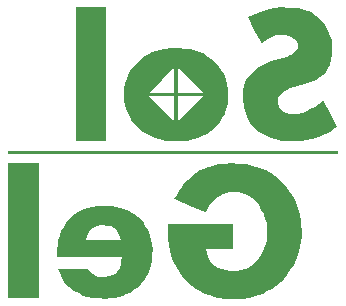
<source format=gbr>
%TF.GenerationSoftware,KiCad,Pcbnew,8.0.3*%
%TF.CreationDate,2024-07-23T15:57:45+02:00*%
%TF.ProjectId,Ruehrplatte,52756568-7270-46c6-9174-74652e6b6963,rev?*%
%TF.SameCoordinates,Original*%
%TF.FileFunction,Legend,Bot*%
%TF.FilePolarity,Positive*%
%FSLAX46Y46*%
G04 Gerber Fmt 4.6, Leading zero omitted, Abs format (unit mm)*
G04 Created by KiCad (PCBNEW 8.0.3) date 2024-07-23 15:57:45*
%MOMM*%
%LPD*%
G01*
G04 APERTURE LIST*
%ADD10C,0.000000*%
G04 APERTURE END LIST*
D10*
G36*
X144791657Y-74632917D02*
G01*
X142145826Y-74632917D01*
X142145826Y-63202916D01*
X144791657Y-63202916D01*
X144791657Y-74632917D01*
G37*
G36*
X161708394Y-63248342D02*
G01*
X162386501Y-63310286D01*
X162809809Y-63411775D01*
X163233118Y-63513263D01*
X163618121Y-63670365D01*
X164003126Y-63827468D01*
X164383359Y-64053360D01*
X164763593Y-64279253D01*
X165224490Y-64723558D01*
X165685386Y-65167864D01*
X165947296Y-65547995D01*
X166209205Y-65928125D01*
X166341788Y-66192708D01*
X166474370Y-66457291D01*
X166613108Y-66843773D01*
X166751846Y-67230254D01*
X166833836Y-67611064D01*
X166915827Y-67991875D01*
X166977847Y-69367708D01*
X166915001Y-69843958D01*
X166852155Y-70320207D01*
X166771930Y-70637708D01*
X166691705Y-70955208D01*
X166502126Y-71404999D01*
X166312548Y-71854792D01*
X166036122Y-72278124D01*
X165759696Y-72701457D01*
X165488424Y-73001169D01*
X165217151Y-73300882D01*
X164833675Y-73589307D01*
X164450198Y-73877729D01*
X164068287Y-74069907D01*
X163686376Y-74262082D01*
X163290980Y-74394812D01*
X162895583Y-74527542D01*
X162455808Y-74601300D01*
X162016032Y-74675061D01*
X161242443Y-74680448D01*
X160468853Y-74685834D01*
X160025359Y-74608167D01*
X159581866Y-74530500D01*
X159190972Y-74397190D01*
X158800079Y-74263880D01*
X158406533Y-74051605D01*
X158012991Y-73839331D01*
X157709268Y-73605622D01*
X157405547Y-73371915D01*
X157110395Y-73053113D01*
X156815241Y-72734311D01*
X156561666Y-72327466D01*
X156308090Y-71920621D01*
X156127837Y-71466619D01*
X155947585Y-71012618D01*
X155849918Y-70560582D01*
X155752252Y-70108548D01*
X155695913Y-69594695D01*
X155639575Y-69080844D01*
X155639575Y-68388756D01*
X161195824Y-68388756D01*
X161195824Y-70505423D01*
X158906559Y-70505423D01*
X158963575Y-70849381D01*
X159077859Y-71153050D01*
X159192143Y-71456722D01*
X159674561Y-71939141D01*
X159938776Y-72073027D01*
X160202992Y-72206914D01*
X160553886Y-72281290D01*
X160904780Y-72355664D01*
X161195822Y-72355823D01*
X161486864Y-72355982D01*
X161821559Y-72277079D01*
X162156255Y-72198174D01*
X162437132Y-72060643D01*
X162718009Y-71923111D01*
X163038699Y-71597931D01*
X163359390Y-71272754D01*
X163549482Y-70955254D01*
X163739574Y-70637755D01*
X163878722Y-70214421D01*
X164017870Y-69791088D01*
X164022368Y-69050255D01*
X164026866Y-68309421D01*
X163902943Y-67912546D01*
X163779019Y-67515671D01*
X163586037Y-67146913D01*
X163393054Y-66778156D01*
X163092038Y-66456368D01*
X162791021Y-66134580D01*
X162502406Y-65988553D01*
X162213789Y-65842528D01*
X161929702Y-65766915D01*
X161645615Y-65691303D01*
X160851865Y-65691303D01*
X160587283Y-65761978D01*
X160322698Y-65832656D01*
X160086933Y-65953180D01*
X159851168Y-66073703D01*
X159557137Y-66354161D01*
X159263105Y-66634619D01*
X159078527Y-66982094D01*
X158893949Y-67329570D01*
X158863015Y-67329993D01*
X158832081Y-67330416D01*
X157542622Y-66799362D01*
X156253164Y-66268311D01*
X156236062Y-66251209D01*
X156218960Y-66234107D01*
X156409394Y-65897196D01*
X156599828Y-65560283D01*
X156828529Y-65241495D01*
X157057229Y-64922708D01*
X157367050Y-64610138D01*
X157676869Y-64297566D01*
X158037957Y-64062654D01*
X158399047Y-63827741D01*
X158732549Y-63676525D01*
X159066050Y-63525308D01*
X159476139Y-63417896D01*
X159886227Y-63310483D01*
X160458256Y-63248441D01*
X161030287Y-63186399D01*
X161708394Y-63248342D01*
G37*
G36*
X170032906Y-62409166D02*
G01*
X142145826Y-62409166D01*
X142145826Y-62144583D01*
X170032906Y-62144583D01*
X170032906Y-62409166D01*
G37*
G36*
X154382635Y-70478958D02*
G01*
X154353201Y-71008124D01*
X154323766Y-71537291D01*
X154240310Y-71854792D01*
X154156855Y-72172290D01*
X153941349Y-72612487D01*
X153725845Y-73052683D01*
X153382089Y-73417084D01*
X153038334Y-73781482D01*
X152738668Y-73980390D01*
X152439001Y-74179297D01*
X152141114Y-74299619D01*
X151843226Y-74419940D01*
X151516433Y-74503662D01*
X151189639Y-74587381D01*
X150755544Y-74631760D01*
X150321449Y-74676139D01*
X149792283Y-74648410D01*
X149263116Y-74620682D01*
X148866241Y-74520124D01*
X148469366Y-74419565D01*
X148098948Y-74240219D01*
X147728532Y-74060871D01*
X147427360Y-73819385D01*
X147126185Y-73577896D01*
X146900352Y-73245511D01*
X146674522Y-72913124D01*
X146526838Y-72550455D01*
X146379157Y-72187784D01*
X146379157Y-72145833D01*
X148879357Y-72145833D01*
X149082472Y-72376584D01*
X149285587Y-72607335D01*
X149562866Y-72726618D01*
X149840144Y-72845900D01*
X150266006Y-72822702D01*
X150691868Y-72799504D01*
X150929992Y-72692108D01*
X151168118Y-72584714D01*
X151321412Y-72431420D01*
X151474708Y-72278124D01*
X151573061Y-72058158D01*
X151671417Y-71838190D01*
X151705116Y-71515761D01*
X151738818Y-71193332D01*
X146273325Y-71193332D01*
X146273325Y-70565990D01*
X146330595Y-70154238D01*
X146387864Y-69742487D01*
X146397641Y-69711666D01*
X148705476Y-69711666D01*
X151672840Y-69711666D01*
X151638732Y-69566146D01*
X151604623Y-69420624D01*
X151465745Y-69156041D01*
X151326865Y-68891458D01*
X151074987Y-68723122D01*
X150823104Y-68554784D01*
X150523580Y-68492603D01*
X150224055Y-68430422D01*
X149962277Y-68465148D01*
X149700498Y-68499875D01*
X149468249Y-68609044D01*
X149235999Y-68718215D01*
X149101507Y-68878047D01*
X148967016Y-69037882D01*
X148871221Y-69229253D01*
X148775427Y-69420623D01*
X148740450Y-69566144D01*
X148705476Y-69711666D01*
X146397641Y-69711666D01*
X146514451Y-69343430D01*
X146641035Y-68944373D01*
X146840824Y-68600415D01*
X147040617Y-68256456D01*
X147411033Y-67882588D01*
X147781452Y-67508721D01*
X148072492Y-67343933D01*
X148363534Y-67179145D01*
X148781901Y-67042623D01*
X149200266Y-66906099D01*
X149763532Y-66856671D01*
X150326800Y-66807242D01*
X150826833Y-66855551D01*
X151326867Y-66903862D01*
X151644367Y-66985375D01*
X151961868Y-67066886D01*
X152387855Y-67275350D01*
X152813844Y-67483815D01*
X153166424Y-67806890D01*
X153519004Y-68129964D01*
X153755592Y-68510710D01*
X153992179Y-68891458D01*
X154125942Y-69291655D01*
X154259707Y-69691852D01*
X154262801Y-69711666D01*
X154382635Y-70478958D01*
G37*
G36*
X166024699Y-50037761D02*
G01*
X166778535Y-50060613D01*
X167201360Y-50206286D01*
X167624185Y-50351959D01*
X167926317Y-50535494D01*
X168228447Y-50719029D01*
X168544833Y-51038372D01*
X168861219Y-51357716D01*
X169053963Y-51681277D01*
X169246707Y-52004838D01*
X169382491Y-52404815D01*
X169518275Y-52804792D01*
X169544341Y-53446001D01*
X169570406Y-54087209D01*
X169482003Y-54484568D01*
X169393599Y-54881925D01*
X169209964Y-55192733D01*
X169026330Y-55503541D01*
X168784543Y-55727643D01*
X168542756Y-55951745D01*
X168163353Y-56136219D01*
X167783951Y-56320693D01*
X166912222Y-56587354D01*
X166040494Y-56854016D01*
X165721244Y-57003411D01*
X165401994Y-57152806D01*
X165225758Y-57329042D01*
X165049522Y-57505278D01*
X165001215Y-57632333D01*
X164952908Y-57759389D01*
X164952908Y-58234005D01*
X165029580Y-58382272D01*
X165106252Y-58530539D01*
X165293417Y-58694873D01*
X165480583Y-58859206D01*
X165755517Y-58940852D01*
X166030450Y-59022499D01*
X166657423Y-59022499D01*
X166982562Y-58938554D01*
X167307699Y-58854609D01*
X167708602Y-58646402D01*
X168109505Y-58438195D01*
X168442186Y-58170118D01*
X168774867Y-57902041D01*
X168855776Y-57990624D01*
X169389121Y-58996041D01*
X169922467Y-60001457D01*
X169951152Y-60080832D01*
X169979836Y-60160208D01*
X169675642Y-60353469D01*
X169371448Y-60546730D01*
X168630615Y-60914601D01*
X168197880Y-61057736D01*
X167765145Y-61200872D01*
X167351213Y-61273717D01*
X166937283Y-61346564D01*
X166090617Y-61327713D01*
X165243950Y-61308864D01*
X164820617Y-61195206D01*
X164397283Y-61081549D01*
X163899575Y-60836692D01*
X163401866Y-60591834D01*
X163026449Y-60216244D01*
X162651032Y-59840654D01*
X162453053Y-59444805D01*
X162255073Y-59048957D01*
X162168938Y-58731458D01*
X162082803Y-58413957D01*
X162056452Y-57741287D01*
X162030103Y-57068615D01*
X162121103Y-56697279D01*
X162212103Y-56325942D01*
X162392455Y-56020575D01*
X162572805Y-55715208D01*
X162828823Y-55477083D01*
X163084841Y-55238957D01*
X163380447Y-55062597D01*
X163676051Y-54886237D01*
X164036667Y-54740327D01*
X164397282Y-54594418D01*
X165058740Y-54395918D01*
X165720198Y-54197418D01*
X165996609Y-54066779D01*
X166273020Y-53936141D01*
X166459630Y-53718129D01*
X166646240Y-53500117D01*
X166646240Y-53102724D01*
X166599206Y-52979019D01*
X166552174Y-52855315D01*
X166378913Y-52685920D01*
X166205653Y-52516526D01*
X165941569Y-52428811D01*
X165677486Y-52341097D01*
X165249050Y-52368571D01*
X164820613Y-52396047D01*
X164112647Y-52681190D01*
X163859705Y-52861024D01*
X163606765Y-53040859D01*
X163571011Y-53002201D01*
X163535256Y-52963542D01*
X162995424Y-51917358D01*
X162455595Y-50871174D01*
X162857268Y-50685589D01*
X163258939Y-50500005D01*
X163724805Y-50347767D01*
X164190671Y-50195530D01*
X164730767Y-50105219D01*
X165270862Y-50014909D01*
X166024699Y-50037761D01*
G37*
G36*
X150453741Y-61350833D02*
G01*
X147860825Y-61350833D01*
X147860825Y-49973751D01*
X150453741Y-49973751D01*
X150453741Y-61350833D01*
G37*
G36*
X160759865Y-57540834D02*
G01*
X160759005Y-57561085D01*
X160731770Y-58202294D01*
X160594735Y-58625627D01*
X160457699Y-59048960D01*
X160257908Y-59391227D01*
X160071587Y-59710417D01*
X160058115Y-59733496D01*
X159687699Y-60110337D01*
X159317281Y-60487179D01*
X158946865Y-60705429D01*
X158576449Y-60923679D01*
X158232490Y-61048094D01*
X157888532Y-61172512D01*
X157571032Y-61234653D01*
X157253532Y-61296794D01*
X157121241Y-61320209D01*
X156988953Y-61343627D01*
X155401453Y-61306252D01*
X154978120Y-61196776D01*
X154554788Y-61087302D01*
X154055009Y-60841237D01*
X153555230Y-60595172D01*
X153101681Y-60139567D01*
X152648133Y-59683962D01*
X152449122Y-59340003D01*
X152250109Y-58996045D01*
X152142393Y-58652087D01*
X152034676Y-58308129D01*
X151974857Y-57867435D01*
X151930525Y-57540834D01*
X154026585Y-57540834D01*
X156194230Y-59710417D01*
X156221658Y-59710417D01*
X156221658Y-57540834D01*
X156486240Y-57540834D01*
X156486240Y-59657500D01*
X156513691Y-59657500D01*
X157571032Y-58599167D01*
X158628375Y-57540834D01*
X156486240Y-57540834D01*
X156221658Y-57540834D01*
X154026585Y-57540834D01*
X151930525Y-57540834D01*
X151915038Y-57426741D01*
X151937510Y-57248824D01*
X154052075Y-57248824D01*
X154052075Y-57276250D01*
X156221658Y-57276250D01*
X156221658Y-55106667D01*
X156486240Y-55106667D01*
X156486240Y-57276250D01*
X158681313Y-57276250D01*
X157597491Y-56191458D01*
X156513668Y-55106667D01*
X156486240Y-55106667D01*
X156221658Y-55106667D01*
X156221658Y-55081177D01*
X155136866Y-56165000D01*
X154052075Y-57248824D01*
X151937510Y-57248824D01*
X151977476Y-56932404D01*
X152039912Y-56438066D01*
X152166139Y-56090315D01*
X152292365Y-55742563D01*
X152471075Y-55440097D01*
X152649783Y-55137630D01*
X153046658Y-54733454D01*
X153443533Y-54329277D01*
X153734574Y-54147192D01*
X154025616Y-53965107D01*
X154345425Y-53823446D01*
X154665234Y-53681785D01*
X155006883Y-53597824D01*
X155348533Y-53513864D01*
X156009991Y-53483158D01*
X156671449Y-53452453D01*
X157147698Y-53515710D01*
X157623950Y-53578967D01*
X158115139Y-53741527D01*
X158606330Y-53904086D01*
X159079597Y-54215869D01*
X159552862Y-54527653D01*
X159874774Y-54909764D01*
X160196685Y-55291877D01*
X160401170Y-55700029D01*
X160605654Y-56108183D01*
X160695947Y-56514029D01*
X160786239Y-56919876D01*
X160771103Y-57276250D01*
X160759865Y-57540834D01*
G37*
M02*

</source>
